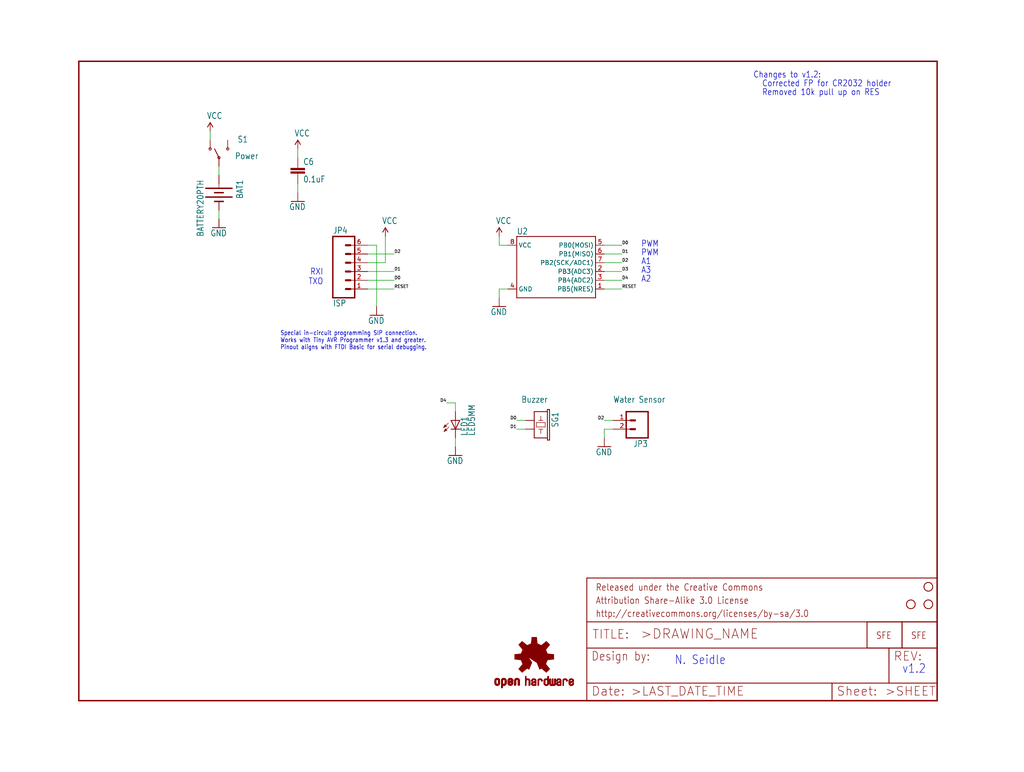
<source format=kicad_sch>
(kicad_sch (version 20211123) (generator eeschema)
  (paper "User" 297.002 223.926)
  (lib_symbols
    (symbol "eagleSchem-eagle-import:ATTINY45TINY85-20-DIP"
      (property "Reference" "U" (at -12.7 10.16 0))
      (property "Value" "ATTINY45TINY85-20-DIP" (at -12.7 -10.16 0))
      (symbol "ATTINY45TINY85-20-DIP_1_0"
        (pin bidirectional line (at 12.7 -5.08 180) (length 2.54) (name "PB5(NRES)") (number "1"))
        (pin bidirectional line (at 12.7 0 180) (length 2.54) (name "PB3(ADC3)") (number "2"))
        (pin bidirectional line (at 12.7 -2.54 180) (length 2.54) (name "PB4(ADC2)") (number "3"))
        (pin bidirectional line (at -15.24 -5.08 0) (length 2.54) (name "GND") (number "4"))
        (pin bidirectional line (at 12.7 7.62 180) (length 2.54) (name "PB0(MOSI)") (number "5"))
        (pin bidirectional line (at 12.7 5.08 180) (length 2.54) (name "PB1(MISO)") (number "6"))
        (pin bidirectional line (at 12.7 2.54 180) (length 2.54) (name "PB2(SCK/ADC1)") (number "7"))
        (pin bidirectional line (at -15.24 7.62 0) (length 2.54) (name "VCC") (number "8"))
      )
    )
    (symbol "eagleSchem-eagle-import:BATTERY20PTH"
      (property "Reference" "BAT" (at -3.81 5.08 0))
      (property "Value" "BATTERY20PTH" (at -3.81 -6.35 0))
      (symbol "BATTERY20PTH_1_0"
        (pin power_in line (at -5.08 0 0) (length 2.54) (name "+") (number "1"))
        (pin power_in line (at 5.08 0 180) (length 2.54) (name "-") (number "2"))
      )
    )
    (symbol "eagleSchem-eagle-import:BUZZERPTH"
      (property "Reference" "SG" (at -2.54 5.08 0))
      (property "Value" "BUZZERPTH" (at 6.35 0 0))
      (symbol "BUZZERPTH_1_0"
        (pin passive line (at 0 -2.54 90) (length 2.54) (name "1") (number "+"))
        (pin passive line (at 2.54 -2.54 90) (length 2.54) (name "2") (number "-"))
      )
    )
    (symbol "eagleSchem-eagle-import:CAPPTH2"
      (property "Reference" "C" (at 1.524 2.921 0))
      (property "Value" "CAPPTH2" (at 1.524 -2.159 0))
      (symbol "CAPPTH2_1_0"
        (pin passive line (at 0 5.08 270) (length 2.54) (name "1") (number "1"))
        (pin passive line (at 0 -2.54 90) (length 2.54) (name "2") (number "2"))
      )
    )
    (symbol "eagleSchem-eagle-import:FRAME-LETTER"
      (symbol "FRAME-LETTER_2_0"
        (text ">DRAWING_NAME" (at 15.494 17.78 0) (effects (font (size 2.7432 2.7432)) (justify left bottom)))
        (text ">LAST_DATE_TIME" (at 12.7 1.27 0) (effects (font (size 2.54 2.54)) (justify left bottom)))
        (text ">SHEET" (at 86.36 1.27 0) (effects (font (size 2.54 2.54)) (justify left bottom)))
        (text "Attribution Share-Alike 3.0 License" (at 2.54 27.94 0) (effects (font (size 1.9304 1.6408)) (justify left bottom)))
        (text "Date:" (at 1.27 1.27 0) (effects (font (size 2.54 2.54)) (justify left bottom)))
        (text "Design by:" (at 1.27 11.43 0) (effects (font (size 2.54 2.159)) (justify left bottom)))
        (text "http://creativecommons.org/licenses/by-sa/3.0" (at 2.54 24.13 0) (effects (font (size 1.9304 1.6408)) (justify left bottom)))
        (text "Released under the Creative Commons" (at 2.54 31.75 0) (effects (font (size 1.9304 1.6408)) (justify left bottom)))
        (text "REV:" (at 88.9 11.43 0) (effects (font (size 2.54 2.54)) (justify left bottom)))
        (text "Sheet:" (at 72.39 1.27 0) (effects (font (size 2.54 2.54)) (justify left bottom)))
        (text "TITLE:" (at 1.524 17.78 0) (effects (font (size 2.54 2.54)) (justify left bottom)))
      )
    )
    (symbol "eagleSchem-eagle-import:GND" (power)
      (property "Value" "GND" (at -2.54 -2.54 0))
      (symbol "GND_1_0"
        (pin power_in line (at 0 2.54 270) (length 2.54) (name "GND") (number "1"))
      )
    )
    (symbol "eagleSchem-eagle-import:LED5MM"
      (property "Reference" "LED" (at 3.556 -4.572 90))
      (property "Value" "LED5MM" (at 5.715 -4.572 90))
      (symbol "LED5MM_1_0"
        (pin passive line (at 0 2.54 270) (length 2.54) (name "A") (number "A"))
        (pin passive line (at 0 -5.08 90) (length 2.54) (name "C") (number "K"))
      )
    )
    (symbol "eagleSchem-eagle-import:LOGO-SFENW2"
      (symbol "LOGO-SFENW2_1_0"
        (text "SFE" (at 0 0 0) (effects (font (size 1.9304 1.6408)) (justify left bottom)))
      )
    )
    (symbol "eagleSchem-eagle-import:LOGO-SFESK"
      (symbol "LOGO-SFESK_1_0"
        (text "SFE" (at 0 0 0) (effects (font (size 1.9304 1.6408)) (justify left bottom)))
      )
    )
    (symbol "eagleSchem-eagle-import:M02PTH"
      (property "Reference" "JP" (at -2.54 5.842 0))
      (property "Value" "M02PTH" (at -2.54 -5.08 0))
      (symbol "M02PTH_1_0"
        (pin passive line (at 7.62 0 180) (length 5.08) (name "1") (number "1"))
        (pin passive line (at 7.62 2.54 180) (length 5.08) (name "2") (number "2"))
      )
    )
    (symbol "eagleSchem-eagle-import:M06SIP"
      (property "Reference" "JP" (at -5.08 10.922 0))
      (property "Value" "M06SIP" (at -5.08 -10.16 0))
      (symbol "M06SIP_1_0"
        (pin passive line (at 5.08 -5.08 180) (length 5.08) (name "1") (number "1"))
        (pin passive line (at 5.08 -2.54 180) (length 5.08) (name "2") (number "2"))
        (pin passive line (at 5.08 0 180) (length 5.08) (name "3") (number "3"))
        (pin passive line (at 5.08 2.54 180) (length 5.08) (name "4") (number "4"))
        (pin passive line (at 5.08 5.08 180) (length 5.08) (name "5") (number "5"))
        (pin passive line (at 5.08 7.62 180) (length 5.08) (name "6") (number "6"))
      )
    )
    (symbol "eagleSchem-eagle-import:OSHW-LOGOS")
    (symbol "eagleSchem-eagle-import:STAND-OFF")
    (symbol "eagleSchem-eagle-import:SWITCH-SPDTPTH"
      (property "Reference" "S" (at -1.905 -6.35 0))
      (property "Value" "SWITCH-SPDTPTH" (at -2.54 3.81 0))
      (symbol "SWITCH-SPDTPTH_1_0"
        (pin passive line (at 5.08 2.54 180) (length 2.54) (name "O") (number "1"))
        (pin passive line (at -2.54 0 0) (length 2.54) (name "P") (number "2"))
        (pin passive line (at 5.08 -2.54 180) (length 2.54) (name "S") (number "3"))
      )
    )
    (symbol "eagleSchem-eagle-import:VCC" (power)
      (property "Value" "VCC" (at -1.016 3.556 0))
      (symbol "VCC_1_0"
        (pin power_in line (at 0 0 90) (length 2.54) (name "VCC") (number "1"))
      )
    )
  )
  (wire (pts (xy 144.78 83.82) (xy 144.78 86.36)))
  (wire (pts (xy 109.22 71.12) (xy 109.22 88.9)))
  (wire (pts (xy 175.26 71.12) (xy 180.34 71.12)))
  (wire (pts (xy 132.08 119.38) (xy 132.08 116.84)))
  (wire (pts (xy 63.5 48.26) (xy 63.5 50.8)))
  (wire (pts (xy 106.68 73.66) (xy 114.3 73.66)))
  (wire (pts (xy 175.26 83.82) (xy 180.34 83.82)))
  (wire (pts (xy 175.26 78.74) (xy 180.34 78.74)))
  (wire (pts (xy 152.4 124.46) (xy 149.86 124.46)))
  (wire (pts (xy 106.68 83.82) (xy 114.3 83.82)))
  (wire (pts (xy 106.68 78.74) (xy 114.3 78.74)))
  (wire (pts (xy 60.96 38.1) (xy 60.96 40.64)))
  (wire (pts (xy 175.26 76.2) (xy 180.34 76.2)))
  (wire (pts (xy 175.26 81.28) (xy 180.34 81.28)))
  (wire (pts (xy 106.68 71.12) (xy 109.22 71.12)))
  (wire (pts (xy 132.08 129.54) (xy 132.08 127)))
  (wire (pts (xy 106.68 81.28) (xy 114.3 81.28)))
  (wire (pts (xy 86.36 45.72) (xy 86.36 43.18)))
  (wire (pts (xy 175.26 124.46) (xy 175.26 127)))
  (wire (pts (xy 111.76 76.2) (xy 111.76 68.58)))
  (wire (pts (xy 175.26 73.66) (xy 180.34 73.66)))
  (wire (pts (xy 86.36 55.88) (xy 86.36 53.34)))
  (wire (pts (xy 177.8 124.46) (xy 175.26 124.46)))
  (wire (pts (xy 106.68 76.2) (xy 111.76 76.2)))
  (wire (pts (xy 152.4 121.92) (xy 149.86 121.92)))
  (wire (pts (xy 132.08 116.84) (xy 129.54 116.84)))
  (wire (pts (xy 63.5 63.5) (xy 63.5 60.96)))
  (wire (pts (xy 147.32 71.12) (xy 144.78 71.12)))
  (wire (pts (xy 144.78 71.12) (xy 144.78 68.58)))
  (wire (pts (xy 177.8 121.92) (xy 175.26 121.92)))
  (wire (pts (xy 147.32 83.82) (xy 144.78 83.82)))
  (text "Corrected FP for CR2032 holder" (at 220.98 25.4 180) (effects (font (size 1.778 1.5113)) (justify left bottom)))
  (text "PWM" (at 185.928 74.422 180) (effects (font (size 1.778 1.5113)) (justify left bottom)))
  (text "v1.2" (at 261.62 195.58 180) (effects (font (size 2.54 2.159)) (justify left bottom)))
  (text "Changes to v1.2:" (at 218.44 22.86 180) (effects (font (size 1.778 1.5113)) (justify left bottom)))
  (text "A2" (at 185.928 82.042 180) (effects (font (size 1.778 1.5113)) (justify left bottom)))
  (text "TXO" (at 89.408 82.804 180) (effects (font (size 1.778 1.5113)) (justify left bottom)))
  (text "Special in-circuit programming SIP connection.\nWorks with Tiny AVR Programmer v1.3 and greater.\nPinout aligns with FTDI Basic for serial debugging." (at 81.28 101.6 0) (effects (font (size 1.27 1.0795)) (justify left bottom)))
  (text "A3" (at 185.928 79.502 180) (effects (font (size 1.778 1.5113)) (justify left bottom)))
  (text "PWM" (at 185.928 71.882 180) (effects (font (size 1.778 1.5113)) (justify left bottom)))
  (text "Removed 10k pull up on RES" (at 220.98 27.94 180) (effects (font (size 1.778 1.5113)) (justify left bottom)))
  (text "N. Seidle" (at 195.58 193.04 180) (effects (font (size 2.54 2.159)) (justify left bottom)))
  (text "RXI" (at 89.916 80.01 180) (effects (font (size 1.778 1.5113)) (justify left bottom)))
  (text "A1" (at 185.928 76.962 180) (effects (font (size 1.778 1.5113)) (justify left bottom)))
  (label "D1" (at 180.34 73.66 0) (effects (font (size 0.889 0.889))))
  (label "D0" (at 114.3 81.28 0) (effects (font (size 0.889 0.889))))
  (label "D4" (at 180.34 81.28 0) (effects (font (size 0.889 0.889))))
  (label "D1" (at 149.86 124.46 180) (effects (font (size 0.889 0.889))))
  (label "D0" (at 180.34 71.12 0) (effects (font (size 0.889 0.889))))
  (label "RESET" (at 180.34 83.82 0) (effects (font (size 0.889 0.889))))
  (label "D3" (at 180.34 78.74 0) (effects (font (size 0.889 0.889))))
  (label "D4" (at 129.54 116.84 180) (effects (font (size 0.889 0.889))))
  (label "RESET" (at 114.3 83.82 0) (effects (font (size 0.889 0.889))))
  (label "D2" (at 175.26 121.92 180) (effects (font (size 0.889 0.889))))
  (label "D0" (at 149.86 121.92 180) (effects (font (size 0.889 0.889))))
  (label "D1" (at 114.3 78.74 0) (effects (font (size 0.889 0.889))))
  (label "D2" (at 114.3 73.66 0) (effects (font (size 0.889 0.889))))
  (label "D2" (at 180.34 76.2 0) (effects (font (size 0.889 0.889))))
  (symbol (lib_id "eagleSchem-eagle-import:CAPPTH2") (at 86.36 50.8 0) (unit 1)
    (property "Reference" "C6" (at 87.884 47.879 0) (effects (font (size 1.778 1.5113)) (justify left bottom)))
    (property "Value" "0.1uF" (at 87.884 52.959 0) (effects (font (size 1.778 1.5113)) (justify left bottom)))
    (property "Footprint" "eagleSchem:CAP-PTH-SMALL2" (effects hide))
  )
  (symbol (lib_id "eagleSchem-eagle-import:VCC") (at 60.96 38.1 0) (unit 1)
    (property "Reference" "#P+2" (effects hide))
    (property "Value" "VCC" (at 59.944 34.544 0) (effects (font (size 1.778 1.5113)) (justify left bottom)))
    (property "Footprint" "eagleSchem:" (effects hide))
  )
  (symbol (lib_id "eagleSchem-eagle-import:GND") (at 144.78 88.9 0) (unit 1)
    (property "Reference" "#GND5" (effects hide))
    (property "Value" "GND" (at 142.24 91.44 0) (effects (font (size 1.778 1.5113)) (justify left bottom)))
    (property "Footprint" "eagleSchem:" (effects hide))
  )
  (symbol (lib_id "eagleSchem-eagle-import:GND") (at 109.22 91.44 0) (unit 1)
    (property "Reference" "#GND1" (effects hide))
    (property "Value" "GND" (at 106.68 93.98 0) (effects (font (size 1.778 1.5113)) (justify left bottom)))
    (property "Footprint" "eagleSchem:" (effects hide))
  )
  (symbol (lib_id "eagleSchem-eagle-import:FRAME-LETTER") (at 22.86 203.2 0) (unit 1)
    (property "Reference" "FRAME2" (effects hide))
    (property "Value" "FRAME-LETTER" (effects hide))
    (property "Footprint" "eagleSchem:CREATIVE_COMMONS" (effects hide))
  )
  (symbol (lib_id "eagleSchem-eagle-import:LED5MM") (at 132.08 121.92 0) (unit 1)
    (property "Reference" "LED1" (at 135.636 126.492 90) (effects (font (size 1.778 1.5113)) (justify left bottom)))
    (property "Value" "LED5MM" (at 137.795 126.492 90) (effects (font (size 1.778 1.5113)) (justify left bottom)))
    (property "Footprint" "eagleSchem:LED5MM" (effects hide))
  )
  (symbol (lib_id "eagleSchem-eagle-import:STAND-OFF") (at 269.24 175.26 0) (unit 1)
    (property "Reference" "STANDOFF3" (effects hide))
    (property "Value" "STAND-OFF" (effects hide))
    (property "Footprint" "eagleSchem:STAND-OFF" (effects hide))
  )
  (symbol (lib_id "eagleSchem-eagle-import:ATTINY45TINY85-20-DIP") (at 162.56 78.74 0) (unit 1)
    (property "Reference" "U2" (at 149.86 68.072 0) (effects (font (size 1.778 1.5113)) (justify left bottom)))
    (property "Value" "TINY85-20-DIP" (at 149.86 88.9 0) (effects (font (size 1.778 1.5113)) (justify left bottom)))
    (property "Footprint" "eagleSchem:DIP08" (effects hide))
    (property "Value" "TINY85-20-DIP" (effects hide))
    (property "Value" "TINY85-20-DIP" (effects hide))
  )
  (symbol (lib_id "eagleSchem-eagle-import:OSHW-LOGOS") (at 154.94 190.5 0) (unit 1)
    (property "Reference" "U$4" (effects hide))
    (property "Value" "OSHW-LOGOS" (effects hide))
    (property "Footprint" "eagleSchem:OSHW-LOGO-S" (effects hide))
  )
  (symbol (lib_id "eagleSchem-eagle-import:GND") (at 86.36 58.42 0) (unit 1)
    (property "Reference" "#GND23" (effects hide))
    (property "Value" "GND" (at 83.82 60.96 0) (effects (font (size 1.778 1.5113)) (justify left bottom)))
    (property "Footprint" "eagleSchem:" (effects hide))
  )
  (symbol (lib_id "eagleSchem-eagle-import:M06SIP") (at 101.6 78.74 0) (unit 1)
    (property "Reference" "JP4" (at 96.52 67.818 0) (effects (font (size 1.778 1.5113)) (justify left bottom)))
    (property "Value" "ISP" (at 96.52 88.9 0) (effects (font (size 1.778 1.5113)) (justify left bottom)))
    (property "Footprint" "eagleSchem:1X06" (effects hide))
  )
  (symbol (lib_id "eagleSchem-eagle-import:M02PTH") (at 185.42 121.92 180) (unit 1)
    (property "Reference" "JP3" (at 187.96 127.762 0) (effects (font (size 1.778 1.5113)) (justify left bottom)))
    (property "Value" "Water Sensor" (at 177.8 116.84 0) (effects (font (size 1.778 1.5113)) (justify right top)))
    (property "Footprint" "eagleSchem:1X02" (effects hide))
  )
  (symbol (lib_id "eagleSchem-eagle-import:SWITCH-SPDTPTH") (at 63.5 45.72 90) (unit 1)
    (property "Reference" "S1" (at 68.834 41.402 90) (effects (font (size 1.778 1.5113)) (justify right top)))
    (property "Value" "Power" (at 68.072 46.228 90) (effects (font (size 1.778 1.5113)) (justify right top)))
    (property "Footprint" "eagleSchem:SWITCH-SPDT" (effects hide))
  )
  (symbol (lib_id "eagleSchem-eagle-import:GND") (at 63.5 66.04 0) (unit 1)
    (property "Reference" "#GND7" (effects hide))
    (property "Value" "GND" (at 60.96 68.58 0) (effects (font (size 1.778 1.5113)) (justify left bottom)))
    (property "Footprint" "eagleSchem:" (effects hide))
  )
  (symbol (lib_id "eagleSchem-eagle-import:BATTERY20PTH") (at 63.5 55.88 270) (unit 1)
    (property "Reference" "BAT1" (at 68.58 52.07 0) (effects (font (size 1.778 1.5113)) (justify left bottom)))
    (property "Value" "BATTERY20PTH" (at 57.15 52.07 0) (effects (font (size 1.778 1.5113)) (justify left bottom)))
    (property "Footprint" "eagleSchem:BATTCOM_20MM_PTH" (effects hide))
  )
  (symbol (lib_id "eagleSchem-eagle-import:GND") (at 175.26 129.54 0) (unit 1)
    (property "Reference" "#GND9" (effects hide))
    (property "Value" "GND" (at 172.72 132.08 0) (effects (font (size 1.778 1.5113)) (justify left bottom)))
    (property "Footprint" "eagleSchem:" (effects hide))
  )
  (symbol (lib_id "eagleSchem-eagle-import:VCC") (at 111.76 68.58 0) (unit 1)
    (property "Reference" "#P+4" (effects hide))
    (property "Value" "VCC" (at 110.744 65.024 0) (effects (font (size 1.778 1.5113)) (justify left bottom)))
    (property "Footprint" "eagleSchem:" (effects hide))
  )
  (symbol (lib_id "eagleSchem-eagle-import:LOGO-SFENW2") (at 254 185.42 0) (unit 1)
    (property "Reference" "U$5" (effects hide))
    (property "Value" "LOGO-SFENW2" (effects hide))
    (property "Footprint" "eagleSchem:SFE-NEW-WEB" (effects hide))
  )
  (symbol (lib_id "eagleSchem-eagle-import:FRAME-LETTER") (at 170.18 203.2 0) (unit 2)
    (property "Reference" "FRAME2" (effects hide))
    (property "Value" "FRAME-LETTER" (effects hide))
    (property "Footprint" "eagleSchem:CREATIVE_COMMONS" (effects hide))
  )
  (symbol (lib_id "eagleSchem-eagle-import:VCC") (at 86.36 43.18 0) (unit 1)
    (property "Reference" "#P+3" (effects hide))
    (property "Value" "VCC" (at 85.344 39.624 0) (effects (font (size 1.778 1.5113)) (justify left bottom)))
    (property "Footprint" "eagleSchem:" (effects hide))
  )
  (symbol (lib_id "eagleSchem-eagle-import:BUZZERPTH") (at 154.94 121.92 270) (unit 1)
    (property "Reference" "SG1" (at 160.02 119.38 0) (effects (font (size 1.778 1.5113)) (justify left bottom)))
    (property "Value" "Buzzer" (at 151.13 116.84 90) (effects (font (size 1.778 1.5113)) (justify left bottom)))
    (property "Footprint" "eagleSchem:BUZZER-12MM" (effects hide))
  )
  (symbol (lib_id "eagleSchem-eagle-import:VCC") (at 144.78 68.58 0) (unit 1)
    (property "Reference" "#P+5" (effects hide))
    (property "Value" "VCC" (at 143.764 65.024 0) (effects (font (size 1.778 1.5113)) (justify left bottom)))
    (property "Footprint" "eagleSchem:" (effects hide))
  )
  (symbol (lib_id "eagleSchem-eagle-import:STAND-OFF") (at 269.24 170.18 0) (unit 1)
    (property "Reference" "STANDOFF1" (effects hide))
    (property "Value" "STAND-OFF" (effects hide))
    (property "Footprint" "eagleSchem:STAND-OFF" (effects hide))
  )
  (symbol (lib_id "eagleSchem-eagle-import:LOGO-SFESK") (at 264.16 185.42 0) (unit 1)
    (property "Reference" "U$1" (effects hide))
    (property "Value" "LOGO-SFESK" (effects hide))
    (property "Footprint" "eagleSchem:SFE-LOGO-FLAME" (effects hide))
  )
  (symbol (lib_id "eagleSchem-eagle-import:GND") (at 132.08 132.08 0) (unit 1)
    (property "Reference" "#GND8" (effects hide))
    (property "Value" "GND" (at 129.54 134.62 0) (effects (font (size 1.778 1.5113)) (justify left bottom)))
    (property "Footprint" "eagleSchem:" (effects hide))
  )
  (symbol (lib_id "eagleSchem-eagle-import:STAND-OFF") (at 264.16 175.26 0) (unit 1)
    (property "Reference" "STANDOFF4" (effects hide))
    (property "Value" "STAND-OFF" (effects hide))
    (property "Footprint" "eagleSchem:STAND-OFF" (effects hide))
  )
)
</source>
